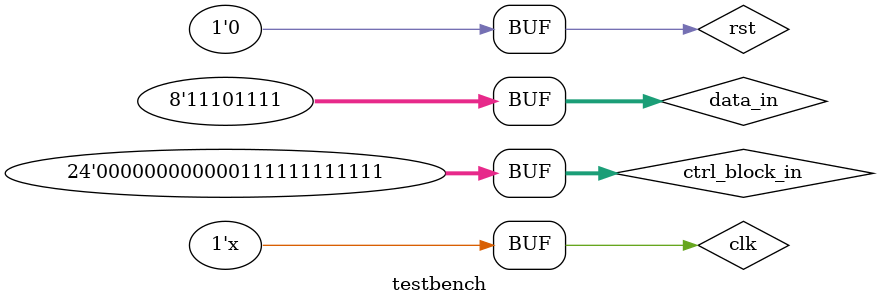
<source format=v>
`timescale 1ns/10ps
`define CLK_PER 20

module testbench;

// Clock and POR
reg clk, rst;

initial begin
	clk = 1'b1;
	rst = 1'b1;
	#(6*`CLK_PER);
	rst = 1'b0;
end

always begin
	clk <= !clk;
	#`CLK_PER;
end

// Input Signals
reg [ 7:0] data_in;
reg [23:0] ctrl_block_in;

// Output signals
//wire 	    wren_ctrl_out;
wire [11:0] frame_seq_out;
wire 	    xmit_done_out;
wire [ 3:0] data_out;

// UUT
out_FSM UUT(
	.clk_phy(clk),
	.reset(rst),
	.data_in(data_in),
	.ctrl_block_in(ctrl_block_in),
	//.wren_ctrl_out(wren_ctrl_out),
	.frame_seq_out(frame_seq_out),
	.xmit_done_out(xmit_done_out),
	.data_out(data_out)
);

initial begin
	data_in = 8'h00;
	ctrl_block_in = 24'hFFF;
	#(6*`CLK_PER);

	data_in = 8'hAB;
	#(2*`CLK_PER);
	data_in = 8'hCD;
	#(2*`CLK_PER);
	data_in = 8'hEF;
	#(2*`CLK_PER);
	
	// Finish
	#(200*`CLK_PER);
	//$stop;
end

endmodule

</source>
